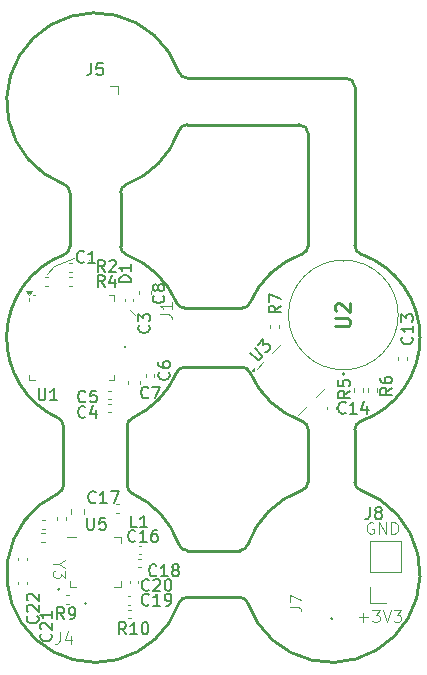
<source format=gbr>
%TF.GenerationSoftware,KiCad,Pcbnew,9.0.1*%
%TF.CreationDate,2025-04-11T17:48:53-04:00*%
%TF.ProjectId,IngestibleCapsule-Board_v2,496e6765-7374-4696-926c-654361707375,rev?*%
%TF.SameCoordinates,Original*%
%TF.FileFunction,Legend,Top*%
%TF.FilePolarity,Positive*%
%FSLAX46Y46*%
G04 Gerber Fmt 4.6, Leading zero omitted, Abs format (unit mm)*
G04 Created by KiCad (PCBNEW 9.0.1) date 2025-04-11 17:48:53*
%MOMM*%
%LPD*%
G01*
G04 APERTURE LIST*
%ADD10C,0.100000*%
%ADD11C,0.150000*%
%ADD12C,0.254000*%
%ADD13C,0.120000*%
%ADD14C,0.200000*%
%TA.AperFunction,Profile*%
%ADD15C,0.250000*%
%TD*%
G04 APERTURE END LIST*
D10*
X112313884Y-123681466D02*
X113075789Y-123681466D01*
X112694836Y-124062419D02*
X112694836Y-123300514D01*
X113456741Y-123062419D02*
X114075788Y-123062419D01*
X114075788Y-123062419D02*
X113742455Y-123443371D01*
X113742455Y-123443371D02*
X113885312Y-123443371D01*
X113885312Y-123443371D02*
X113980550Y-123490990D01*
X113980550Y-123490990D02*
X114028169Y-123538609D01*
X114028169Y-123538609D02*
X114075788Y-123633847D01*
X114075788Y-123633847D02*
X114075788Y-123871942D01*
X114075788Y-123871942D02*
X114028169Y-123967180D01*
X114028169Y-123967180D02*
X113980550Y-124014800D01*
X113980550Y-124014800D02*
X113885312Y-124062419D01*
X113885312Y-124062419D02*
X113599598Y-124062419D01*
X113599598Y-124062419D02*
X113504360Y-124014800D01*
X113504360Y-124014800D02*
X113456741Y-123967180D01*
X114361503Y-123062419D02*
X114694836Y-124062419D01*
X114694836Y-124062419D02*
X115028169Y-123062419D01*
X115266265Y-123062419D02*
X115885312Y-123062419D01*
X115885312Y-123062419D02*
X115551979Y-123443371D01*
X115551979Y-123443371D02*
X115694836Y-123443371D01*
X115694836Y-123443371D02*
X115790074Y-123490990D01*
X115790074Y-123490990D02*
X115837693Y-123538609D01*
X115837693Y-123538609D02*
X115885312Y-123633847D01*
X115885312Y-123633847D02*
X115885312Y-123871942D01*
X115885312Y-123871942D02*
X115837693Y-123967180D01*
X115837693Y-123967180D02*
X115790074Y-124014800D01*
X115790074Y-124014800D02*
X115694836Y-124062419D01*
X115694836Y-124062419D02*
X115409122Y-124062419D01*
X115409122Y-124062419D02*
X115313884Y-124014800D01*
X115313884Y-124014800D02*
X115266265Y-123967180D01*
X113557693Y-115670038D02*
X113462455Y-115622419D01*
X113462455Y-115622419D02*
X113319598Y-115622419D01*
X113319598Y-115622419D02*
X113176741Y-115670038D01*
X113176741Y-115670038D02*
X113081503Y-115765276D01*
X113081503Y-115765276D02*
X113033884Y-115860514D01*
X113033884Y-115860514D02*
X112986265Y-116050990D01*
X112986265Y-116050990D02*
X112986265Y-116193847D01*
X112986265Y-116193847D02*
X113033884Y-116384323D01*
X113033884Y-116384323D02*
X113081503Y-116479561D01*
X113081503Y-116479561D02*
X113176741Y-116574800D01*
X113176741Y-116574800D02*
X113319598Y-116622419D01*
X113319598Y-116622419D02*
X113414836Y-116622419D01*
X113414836Y-116622419D02*
X113557693Y-116574800D01*
X113557693Y-116574800D02*
X113605312Y-116527180D01*
X113605312Y-116527180D02*
X113605312Y-116193847D01*
X113605312Y-116193847D02*
X113414836Y-116193847D01*
X114033884Y-116622419D02*
X114033884Y-115622419D01*
X114033884Y-115622419D02*
X114605312Y-116622419D01*
X114605312Y-116622419D02*
X114605312Y-115622419D01*
X115081503Y-116622419D02*
X115081503Y-115622419D01*
X115081503Y-115622419D02*
X115319598Y-115622419D01*
X115319598Y-115622419D02*
X115462455Y-115670038D01*
X115462455Y-115670038D02*
X115557693Y-115765276D01*
X115557693Y-115765276D02*
X115605312Y-115860514D01*
X115605312Y-115860514D02*
X115652931Y-116050990D01*
X115652931Y-116050990D02*
X115652931Y-116193847D01*
X115652931Y-116193847D02*
X115605312Y-116384323D01*
X115605312Y-116384323D02*
X115557693Y-116479561D01*
X115557693Y-116479561D02*
X115462455Y-116574800D01*
X115462455Y-116574800D02*
X115319598Y-116622419D01*
X115319598Y-116622419D02*
X115081503Y-116622419D01*
X86540000Y-93910000D02*
X88180000Y-93270000D01*
X85930000Y-94610000D02*
X86540000Y-93910000D01*
X92920000Y-97650000D02*
X93390000Y-98070000D01*
D11*
X89318095Y-115264819D02*
X89318095Y-116074342D01*
X89318095Y-116074342D02*
X89365714Y-116169580D01*
X89365714Y-116169580D02*
X89413333Y-116217200D01*
X89413333Y-116217200D02*
X89508571Y-116264819D01*
X89508571Y-116264819D02*
X89699047Y-116264819D01*
X89699047Y-116264819D02*
X89794285Y-116217200D01*
X89794285Y-116217200D02*
X89841904Y-116169580D01*
X89841904Y-116169580D02*
X89889523Y-116074342D01*
X89889523Y-116074342D02*
X89889523Y-115264819D01*
X90841904Y-115264819D02*
X90365714Y-115264819D01*
X90365714Y-115264819D02*
X90318095Y-115741009D01*
X90318095Y-115741009D02*
X90365714Y-115693390D01*
X90365714Y-115693390D02*
X90460952Y-115645771D01*
X90460952Y-115645771D02*
X90699047Y-115645771D01*
X90699047Y-115645771D02*
X90794285Y-115693390D01*
X90794285Y-115693390D02*
X90841904Y-115741009D01*
X90841904Y-115741009D02*
X90889523Y-115836247D01*
X90889523Y-115836247D02*
X90889523Y-116074342D01*
X90889523Y-116074342D02*
X90841904Y-116169580D01*
X90841904Y-116169580D02*
X90794285Y-116217200D01*
X90794285Y-116217200D02*
X90699047Y-116264819D01*
X90699047Y-116264819D02*
X90460952Y-116264819D01*
X90460952Y-116264819D02*
X90365714Y-116217200D01*
X90365714Y-116217200D02*
X90318095Y-116169580D01*
X93523333Y-116074819D02*
X93047143Y-116074819D01*
X93047143Y-116074819D02*
X93047143Y-115074819D01*
X94380476Y-116074819D02*
X93809048Y-116074819D01*
X94094762Y-116074819D02*
X94094762Y-115074819D01*
X94094762Y-115074819D02*
X93999524Y-115217676D01*
X93999524Y-115217676D02*
X93904286Y-115312914D01*
X93904286Y-115312914D02*
X93809048Y-115360533D01*
X90793333Y-95714819D02*
X90460000Y-95238628D01*
X90221905Y-95714819D02*
X90221905Y-94714819D01*
X90221905Y-94714819D02*
X90602857Y-94714819D01*
X90602857Y-94714819D02*
X90698095Y-94762438D01*
X90698095Y-94762438D02*
X90745714Y-94810057D01*
X90745714Y-94810057D02*
X90793333Y-94905295D01*
X90793333Y-94905295D02*
X90793333Y-95048152D01*
X90793333Y-95048152D02*
X90745714Y-95143390D01*
X90745714Y-95143390D02*
X90698095Y-95191009D01*
X90698095Y-95191009D02*
X90602857Y-95238628D01*
X90602857Y-95238628D02*
X90221905Y-95238628D01*
X91650476Y-95048152D02*
X91650476Y-95714819D01*
X91412381Y-94667200D02*
X91174286Y-95381485D01*
X91174286Y-95381485D02*
X91793333Y-95381485D01*
X89043333Y-93559580D02*
X88995714Y-93607200D01*
X88995714Y-93607200D02*
X88852857Y-93654819D01*
X88852857Y-93654819D02*
X88757619Y-93654819D01*
X88757619Y-93654819D02*
X88614762Y-93607200D01*
X88614762Y-93607200D02*
X88519524Y-93511961D01*
X88519524Y-93511961D02*
X88471905Y-93416723D01*
X88471905Y-93416723D02*
X88424286Y-93226247D01*
X88424286Y-93226247D02*
X88424286Y-93083390D01*
X88424286Y-93083390D02*
X88471905Y-92892914D01*
X88471905Y-92892914D02*
X88519524Y-92797676D01*
X88519524Y-92797676D02*
X88614762Y-92702438D01*
X88614762Y-92702438D02*
X88757619Y-92654819D01*
X88757619Y-92654819D02*
X88852857Y-92654819D01*
X88852857Y-92654819D02*
X88995714Y-92702438D01*
X88995714Y-92702438D02*
X89043333Y-92750057D01*
X89995714Y-93654819D02*
X89424286Y-93654819D01*
X89710000Y-93654819D02*
X89710000Y-92654819D01*
X89710000Y-92654819D02*
X89614762Y-92797676D01*
X89614762Y-92797676D02*
X89519524Y-92892914D01*
X89519524Y-92892914D02*
X89424286Y-92940533D01*
X113256666Y-114364819D02*
X113256666Y-115079104D01*
X113256666Y-115079104D02*
X113209047Y-115221961D01*
X113209047Y-115221961D02*
X113113809Y-115317200D01*
X113113809Y-115317200D02*
X112970952Y-115364819D01*
X112970952Y-115364819D02*
X112875714Y-115364819D01*
X113875714Y-114793390D02*
X113780476Y-114745771D01*
X113780476Y-114745771D02*
X113732857Y-114698152D01*
X113732857Y-114698152D02*
X113685238Y-114602914D01*
X113685238Y-114602914D02*
X113685238Y-114555295D01*
X113685238Y-114555295D02*
X113732857Y-114460057D01*
X113732857Y-114460057D02*
X113780476Y-114412438D01*
X113780476Y-114412438D02*
X113875714Y-114364819D01*
X113875714Y-114364819D02*
X114066190Y-114364819D01*
X114066190Y-114364819D02*
X114161428Y-114412438D01*
X114161428Y-114412438D02*
X114209047Y-114460057D01*
X114209047Y-114460057D02*
X114256666Y-114555295D01*
X114256666Y-114555295D02*
X114256666Y-114602914D01*
X114256666Y-114602914D02*
X114209047Y-114698152D01*
X114209047Y-114698152D02*
X114161428Y-114745771D01*
X114161428Y-114745771D02*
X114066190Y-114793390D01*
X114066190Y-114793390D02*
X113875714Y-114793390D01*
X113875714Y-114793390D02*
X113780476Y-114841009D01*
X113780476Y-114841009D02*
X113732857Y-114888628D01*
X113732857Y-114888628D02*
X113685238Y-114983866D01*
X113685238Y-114983866D02*
X113685238Y-115174342D01*
X113685238Y-115174342D02*
X113732857Y-115269580D01*
X113732857Y-115269580D02*
X113780476Y-115317200D01*
X113780476Y-115317200D02*
X113875714Y-115364819D01*
X113875714Y-115364819D02*
X114066190Y-115364819D01*
X114066190Y-115364819D02*
X114161428Y-115317200D01*
X114161428Y-115317200D02*
X114209047Y-115269580D01*
X114209047Y-115269580D02*
X114256666Y-115174342D01*
X114256666Y-115174342D02*
X114256666Y-114983866D01*
X114256666Y-114983866D02*
X114209047Y-114888628D01*
X114209047Y-114888628D02*
X114161428Y-114841009D01*
X114161428Y-114841009D02*
X114066190Y-114793390D01*
X90027142Y-113919580D02*
X89979523Y-113967200D01*
X89979523Y-113967200D02*
X89836666Y-114014819D01*
X89836666Y-114014819D02*
X89741428Y-114014819D01*
X89741428Y-114014819D02*
X89598571Y-113967200D01*
X89598571Y-113967200D02*
X89503333Y-113871961D01*
X89503333Y-113871961D02*
X89455714Y-113776723D01*
X89455714Y-113776723D02*
X89408095Y-113586247D01*
X89408095Y-113586247D02*
X89408095Y-113443390D01*
X89408095Y-113443390D02*
X89455714Y-113252914D01*
X89455714Y-113252914D02*
X89503333Y-113157676D01*
X89503333Y-113157676D02*
X89598571Y-113062438D01*
X89598571Y-113062438D02*
X89741428Y-113014819D01*
X89741428Y-113014819D02*
X89836666Y-113014819D01*
X89836666Y-113014819D02*
X89979523Y-113062438D01*
X89979523Y-113062438D02*
X90027142Y-113110057D01*
X90979523Y-114014819D02*
X90408095Y-114014819D01*
X90693809Y-114014819D02*
X90693809Y-113014819D01*
X90693809Y-113014819D02*
X90598571Y-113157676D01*
X90598571Y-113157676D02*
X90503333Y-113252914D01*
X90503333Y-113252914D02*
X90408095Y-113300533D01*
X91312857Y-113014819D02*
X91979523Y-113014819D01*
X91979523Y-113014819D02*
X91550952Y-114014819D01*
X92597142Y-125104819D02*
X92263809Y-124628628D01*
X92025714Y-125104819D02*
X92025714Y-124104819D01*
X92025714Y-124104819D02*
X92406666Y-124104819D01*
X92406666Y-124104819D02*
X92501904Y-124152438D01*
X92501904Y-124152438D02*
X92549523Y-124200057D01*
X92549523Y-124200057D02*
X92597142Y-124295295D01*
X92597142Y-124295295D02*
X92597142Y-124438152D01*
X92597142Y-124438152D02*
X92549523Y-124533390D01*
X92549523Y-124533390D02*
X92501904Y-124581009D01*
X92501904Y-124581009D02*
X92406666Y-124628628D01*
X92406666Y-124628628D02*
X92025714Y-124628628D01*
X93549523Y-125104819D02*
X92978095Y-125104819D01*
X93263809Y-125104819D02*
X93263809Y-124104819D01*
X93263809Y-124104819D02*
X93168571Y-124247676D01*
X93168571Y-124247676D02*
X93073333Y-124342914D01*
X93073333Y-124342914D02*
X92978095Y-124390533D01*
X94168571Y-124104819D02*
X94263809Y-124104819D01*
X94263809Y-124104819D02*
X94359047Y-124152438D01*
X94359047Y-124152438D02*
X94406666Y-124200057D01*
X94406666Y-124200057D02*
X94454285Y-124295295D01*
X94454285Y-124295295D02*
X94501904Y-124485771D01*
X94501904Y-124485771D02*
X94501904Y-124723866D01*
X94501904Y-124723866D02*
X94454285Y-124914342D01*
X94454285Y-124914342D02*
X94406666Y-125009580D01*
X94406666Y-125009580D02*
X94359047Y-125057200D01*
X94359047Y-125057200D02*
X94263809Y-125104819D01*
X94263809Y-125104819D02*
X94168571Y-125104819D01*
X94168571Y-125104819D02*
X94073333Y-125057200D01*
X94073333Y-125057200D02*
X94025714Y-125009580D01*
X94025714Y-125009580D02*
X93978095Y-124914342D01*
X93978095Y-124914342D02*
X93930476Y-124723866D01*
X93930476Y-124723866D02*
X93930476Y-124485771D01*
X93930476Y-124485771D02*
X93978095Y-124295295D01*
X93978095Y-124295295D02*
X94025714Y-124200057D01*
X94025714Y-124200057D02*
X94073333Y-124152438D01*
X94073333Y-124152438D02*
X94168571Y-124104819D01*
X103086232Y-101263728D02*
X103658652Y-101836148D01*
X103658652Y-101836148D02*
X103759667Y-101869820D01*
X103759667Y-101869820D02*
X103827011Y-101869820D01*
X103827011Y-101869820D02*
X103928026Y-101836148D01*
X103928026Y-101836148D02*
X104062713Y-101701461D01*
X104062713Y-101701461D02*
X104096385Y-101600446D01*
X104096385Y-101600446D02*
X104096385Y-101533102D01*
X104096385Y-101533102D02*
X104062713Y-101432087D01*
X104062713Y-101432087D02*
X103490293Y-100859667D01*
X103759667Y-100590293D02*
X104197400Y-100152561D01*
X104197400Y-100152561D02*
X104231072Y-100657637D01*
X104231072Y-100657637D02*
X104332087Y-100556622D01*
X104332087Y-100556622D02*
X104433102Y-100522950D01*
X104433102Y-100522950D02*
X104500446Y-100522950D01*
X104500446Y-100522950D02*
X104601461Y-100556622D01*
X104601461Y-100556622D02*
X104769820Y-100724980D01*
X104769820Y-100724980D02*
X104803492Y-100825996D01*
X104803492Y-100825996D02*
X104803492Y-100893339D01*
X104803492Y-100893339D02*
X104769820Y-100994354D01*
X104769820Y-100994354D02*
X104567789Y-101196385D01*
X104567789Y-101196385D02*
X104466774Y-101230057D01*
X104466774Y-101230057D02*
X104399431Y-101230057D01*
X85198095Y-104294819D02*
X85198095Y-105104342D01*
X85198095Y-105104342D02*
X85245714Y-105199580D01*
X85245714Y-105199580D02*
X85293333Y-105247200D01*
X85293333Y-105247200D02*
X85388571Y-105294819D01*
X85388571Y-105294819D02*
X85579047Y-105294819D01*
X85579047Y-105294819D02*
X85674285Y-105247200D01*
X85674285Y-105247200D02*
X85721904Y-105199580D01*
X85721904Y-105199580D02*
X85769523Y-105104342D01*
X85769523Y-105104342D02*
X85769523Y-104294819D01*
X86769523Y-105294819D02*
X86198095Y-105294819D01*
X86483809Y-105294819D02*
X86483809Y-104294819D01*
X86483809Y-104294819D02*
X86388571Y-104437676D01*
X86388571Y-104437676D02*
X86293333Y-104532914D01*
X86293333Y-104532914D02*
X86198095Y-104580533D01*
D10*
X106457419Y-122803333D02*
X107171704Y-122803333D01*
X107171704Y-122803333D02*
X107314561Y-122850952D01*
X107314561Y-122850952D02*
X107409800Y-122946190D01*
X107409800Y-122946190D02*
X107457419Y-123089047D01*
X107457419Y-123089047D02*
X107457419Y-123184285D01*
X106457419Y-122422380D02*
X106457419Y-121755714D01*
X106457419Y-121755714D02*
X107457419Y-122184285D01*
D11*
X94539580Y-98966666D02*
X94587200Y-99014285D01*
X94587200Y-99014285D02*
X94634819Y-99157142D01*
X94634819Y-99157142D02*
X94634819Y-99252380D01*
X94634819Y-99252380D02*
X94587200Y-99395237D01*
X94587200Y-99395237D02*
X94491961Y-99490475D01*
X94491961Y-99490475D02*
X94396723Y-99538094D01*
X94396723Y-99538094D02*
X94206247Y-99585713D01*
X94206247Y-99585713D02*
X94063390Y-99585713D01*
X94063390Y-99585713D02*
X93872914Y-99538094D01*
X93872914Y-99538094D02*
X93777676Y-99490475D01*
X93777676Y-99490475D02*
X93682438Y-99395237D01*
X93682438Y-99395237D02*
X93634819Y-99252380D01*
X93634819Y-99252380D02*
X93634819Y-99157142D01*
X93634819Y-99157142D02*
X93682438Y-99014285D01*
X93682438Y-99014285D02*
X93730057Y-98966666D01*
X93634819Y-98633332D02*
X93634819Y-98014285D01*
X93634819Y-98014285D02*
X94015771Y-98347618D01*
X94015771Y-98347618D02*
X94015771Y-98204761D01*
X94015771Y-98204761D02*
X94063390Y-98109523D01*
X94063390Y-98109523D02*
X94111009Y-98061904D01*
X94111009Y-98061904D02*
X94206247Y-98014285D01*
X94206247Y-98014285D02*
X94444342Y-98014285D01*
X94444342Y-98014285D02*
X94539580Y-98061904D01*
X94539580Y-98061904D02*
X94587200Y-98109523D01*
X94587200Y-98109523D02*
X94634819Y-98204761D01*
X94634819Y-98204761D02*
X94634819Y-98490475D01*
X94634819Y-98490475D02*
X94587200Y-98585713D01*
X94587200Y-98585713D02*
X94539580Y-98633332D01*
X89173333Y-105389580D02*
X89125714Y-105437200D01*
X89125714Y-105437200D02*
X88982857Y-105484819D01*
X88982857Y-105484819D02*
X88887619Y-105484819D01*
X88887619Y-105484819D02*
X88744762Y-105437200D01*
X88744762Y-105437200D02*
X88649524Y-105341961D01*
X88649524Y-105341961D02*
X88601905Y-105246723D01*
X88601905Y-105246723D02*
X88554286Y-105056247D01*
X88554286Y-105056247D02*
X88554286Y-104913390D01*
X88554286Y-104913390D02*
X88601905Y-104722914D01*
X88601905Y-104722914D02*
X88649524Y-104627676D01*
X88649524Y-104627676D02*
X88744762Y-104532438D01*
X88744762Y-104532438D02*
X88887619Y-104484819D01*
X88887619Y-104484819D02*
X88982857Y-104484819D01*
X88982857Y-104484819D02*
X89125714Y-104532438D01*
X89125714Y-104532438D02*
X89173333Y-104580057D01*
X90078095Y-104484819D02*
X89601905Y-104484819D01*
X89601905Y-104484819D02*
X89554286Y-104961009D01*
X89554286Y-104961009D02*
X89601905Y-104913390D01*
X89601905Y-104913390D02*
X89697143Y-104865771D01*
X89697143Y-104865771D02*
X89935238Y-104865771D01*
X89935238Y-104865771D02*
X90030476Y-104913390D01*
X90030476Y-104913390D02*
X90078095Y-104961009D01*
X90078095Y-104961009D02*
X90125714Y-105056247D01*
X90125714Y-105056247D02*
X90125714Y-105294342D01*
X90125714Y-105294342D02*
X90078095Y-105389580D01*
X90078095Y-105389580D02*
X90030476Y-105437200D01*
X90030476Y-105437200D02*
X89935238Y-105484819D01*
X89935238Y-105484819D02*
X89697143Y-105484819D01*
X89697143Y-105484819D02*
X89601905Y-105437200D01*
X89601905Y-105437200D02*
X89554286Y-105389580D01*
X87373333Y-123824819D02*
X87040000Y-123348628D01*
X86801905Y-123824819D02*
X86801905Y-122824819D01*
X86801905Y-122824819D02*
X87182857Y-122824819D01*
X87182857Y-122824819D02*
X87278095Y-122872438D01*
X87278095Y-122872438D02*
X87325714Y-122920057D01*
X87325714Y-122920057D02*
X87373333Y-123015295D01*
X87373333Y-123015295D02*
X87373333Y-123158152D01*
X87373333Y-123158152D02*
X87325714Y-123253390D01*
X87325714Y-123253390D02*
X87278095Y-123301009D01*
X87278095Y-123301009D02*
X87182857Y-123348628D01*
X87182857Y-123348628D02*
X86801905Y-123348628D01*
X87849524Y-123824819D02*
X88040000Y-123824819D01*
X88040000Y-123824819D02*
X88135238Y-123777200D01*
X88135238Y-123777200D02*
X88182857Y-123729580D01*
X88182857Y-123729580D02*
X88278095Y-123586723D01*
X88278095Y-123586723D02*
X88325714Y-123396247D01*
X88325714Y-123396247D02*
X88325714Y-123015295D01*
X88325714Y-123015295D02*
X88278095Y-122920057D01*
X88278095Y-122920057D02*
X88230476Y-122872438D01*
X88230476Y-122872438D02*
X88135238Y-122824819D01*
X88135238Y-122824819D02*
X87944762Y-122824819D01*
X87944762Y-122824819D02*
X87849524Y-122872438D01*
X87849524Y-122872438D02*
X87801905Y-122920057D01*
X87801905Y-122920057D02*
X87754286Y-123015295D01*
X87754286Y-123015295D02*
X87754286Y-123253390D01*
X87754286Y-123253390D02*
X87801905Y-123348628D01*
X87801905Y-123348628D02*
X87849524Y-123396247D01*
X87849524Y-123396247D02*
X87944762Y-123443866D01*
X87944762Y-123443866D02*
X88135238Y-123443866D01*
X88135238Y-123443866D02*
X88230476Y-123396247D01*
X88230476Y-123396247D02*
X88278095Y-123348628D01*
X88278095Y-123348628D02*
X88325714Y-123253390D01*
X94547142Y-121359580D02*
X94499523Y-121407200D01*
X94499523Y-121407200D02*
X94356666Y-121454819D01*
X94356666Y-121454819D02*
X94261428Y-121454819D01*
X94261428Y-121454819D02*
X94118571Y-121407200D01*
X94118571Y-121407200D02*
X94023333Y-121311961D01*
X94023333Y-121311961D02*
X93975714Y-121216723D01*
X93975714Y-121216723D02*
X93928095Y-121026247D01*
X93928095Y-121026247D02*
X93928095Y-120883390D01*
X93928095Y-120883390D02*
X93975714Y-120692914D01*
X93975714Y-120692914D02*
X94023333Y-120597676D01*
X94023333Y-120597676D02*
X94118571Y-120502438D01*
X94118571Y-120502438D02*
X94261428Y-120454819D01*
X94261428Y-120454819D02*
X94356666Y-120454819D01*
X94356666Y-120454819D02*
X94499523Y-120502438D01*
X94499523Y-120502438D02*
X94547142Y-120550057D01*
X94928095Y-120550057D02*
X94975714Y-120502438D01*
X94975714Y-120502438D02*
X95070952Y-120454819D01*
X95070952Y-120454819D02*
X95309047Y-120454819D01*
X95309047Y-120454819D02*
X95404285Y-120502438D01*
X95404285Y-120502438D02*
X95451904Y-120550057D01*
X95451904Y-120550057D02*
X95499523Y-120645295D01*
X95499523Y-120645295D02*
X95499523Y-120740533D01*
X95499523Y-120740533D02*
X95451904Y-120883390D01*
X95451904Y-120883390D02*
X94880476Y-121454819D01*
X94880476Y-121454819D02*
X95499523Y-121454819D01*
X96118571Y-120454819D02*
X96213809Y-120454819D01*
X96213809Y-120454819D02*
X96309047Y-120502438D01*
X96309047Y-120502438D02*
X96356666Y-120550057D01*
X96356666Y-120550057D02*
X96404285Y-120645295D01*
X96404285Y-120645295D02*
X96451904Y-120835771D01*
X96451904Y-120835771D02*
X96451904Y-121073866D01*
X96451904Y-121073866D02*
X96404285Y-121264342D01*
X96404285Y-121264342D02*
X96356666Y-121359580D01*
X96356666Y-121359580D02*
X96309047Y-121407200D01*
X96309047Y-121407200D02*
X96213809Y-121454819D01*
X96213809Y-121454819D02*
X96118571Y-121454819D01*
X96118571Y-121454819D02*
X96023333Y-121407200D01*
X96023333Y-121407200D02*
X95975714Y-121359580D01*
X95975714Y-121359580D02*
X95928095Y-121264342D01*
X95928095Y-121264342D02*
X95880476Y-121073866D01*
X95880476Y-121073866D02*
X95880476Y-120835771D01*
X95880476Y-120835771D02*
X95928095Y-120645295D01*
X95928095Y-120645295D02*
X95975714Y-120550057D01*
X95975714Y-120550057D02*
X96023333Y-120502438D01*
X96023333Y-120502438D02*
X96118571Y-120454819D01*
X111564819Y-104506666D02*
X111088628Y-104839999D01*
X111564819Y-105078094D02*
X110564819Y-105078094D01*
X110564819Y-105078094D02*
X110564819Y-104697142D01*
X110564819Y-104697142D02*
X110612438Y-104601904D01*
X110612438Y-104601904D02*
X110660057Y-104554285D01*
X110660057Y-104554285D02*
X110755295Y-104506666D01*
X110755295Y-104506666D02*
X110898152Y-104506666D01*
X110898152Y-104506666D02*
X110993390Y-104554285D01*
X110993390Y-104554285D02*
X111041009Y-104601904D01*
X111041009Y-104601904D02*
X111088628Y-104697142D01*
X111088628Y-104697142D02*
X111088628Y-105078094D01*
X110564819Y-103601904D02*
X110564819Y-104078094D01*
X110564819Y-104078094D02*
X111041009Y-104125713D01*
X111041009Y-104125713D02*
X110993390Y-104078094D01*
X110993390Y-104078094D02*
X110945771Y-103982856D01*
X110945771Y-103982856D02*
X110945771Y-103744761D01*
X110945771Y-103744761D02*
X110993390Y-103649523D01*
X110993390Y-103649523D02*
X111041009Y-103601904D01*
X111041009Y-103601904D02*
X111136247Y-103554285D01*
X111136247Y-103554285D02*
X111374342Y-103554285D01*
X111374342Y-103554285D02*
X111469580Y-103601904D01*
X111469580Y-103601904D02*
X111517200Y-103649523D01*
X111517200Y-103649523D02*
X111564819Y-103744761D01*
X111564819Y-103744761D02*
X111564819Y-103982856D01*
X111564819Y-103982856D02*
X111517200Y-104078094D01*
X111517200Y-104078094D02*
X111469580Y-104125713D01*
X116809580Y-99942857D02*
X116857200Y-99990476D01*
X116857200Y-99990476D02*
X116904819Y-100133333D01*
X116904819Y-100133333D02*
X116904819Y-100228571D01*
X116904819Y-100228571D02*
X116857200Y-100371428D01*
X116857200Y-100371428D02*
X116761961Y-100466666D01*
X116761961Y-100466666D02*
X116666723Y-100514285D01*
X116666723Y-100514285D02*
X116476247Y-100561904D01*
X116476247Y-100561904D02*
X116333390Y-100561904D01*
X116333390Y-100561904D02*
X116142914Y-100514285D01*
X116142914Y-100514285D02*
X116047676Y-100466666D01*
X116047676Y-100466666D02*
X115952438Y-100371428D01*
X115952438Y-100371428D02*
X115904819Y-100228571D01*
X115904819Y-100228571D02*
X115904819Y-100133333D01*
X115904819Y-100133333D02*
X115952438Y-99990476D01*
X115952438Y-99990476D02*
X116000057Y-99942857D01*
X116904819Y-98990476D02*
X116904819Y-99561904D01*
X116904819Y-99276190D02*
X115904819Y-99276190D01*
X115904819Y-99276190D02*
X116047676Y-99371428D01*
X116047676Y-99371428D02*
X116142914Y-99466666D01*
X116142914Y-99466666D02*
X116190533Y-99561904D01*
X115904819Y-98657142D02*
X115904819Y-98038095D01*
X115904819Y-98038095D02*
X116285771Y-98371428D01*
X116285771Y-98371428D02*
X116285771Y-98228571D01*
X116285771Y-98228571D02*
X116333390Y-98133333D01*
X116333390Y-98133333D02*
X116381009Y-98085714D01*
X116381009Y-98085714D02*
X116476247Y-98038095D01*
X116476247Y-98038095D02*
X116714342Y-98038095D01*
X116714342Y-98038095D02*
X116809580Y-98085714D01*
X116809580Y-98085714D02*
X116857200Y-98133333D01*
X116857200Y-98133333D02*
X116904819Y-98228571D01*
X116904819Y-98228571D02*
X116904819Y-98514285D01*
X116904819Y-98514285D02*
X116857200Y-98609523D01*
X116857200Y-98609523D02*
X116809580Y-98657142D01*
X94547142Y-122589580D02*
X94499523Y-122637200D01*
X94499523Y-122637200D02*
X94356666Y-122684819D01*
X94356666Y-122684819D02*
X94261428Y-122684819D01*
X94261428Y-122684819D02*
X94118571Y-122637200D01*
X94118571Y-122637200D02*
X94023333Y-122541961D01*
X94023333Y-122541961D02*
X93975714Y-122446723D01*
X93975714Y-122446723D02*
X93928095Y-122256247D01*
X93928095Y-122256247D02*
X93928095Y-122113390D01*
X93928095Y-122113390D02*
X93975714Y-121922914D01*
X93975714Y-121922914D02*
X94023333Y-121827676D01*
X94023333Y-121827676D02*
X94118571Y-121732438D01*
X94118571Y-121732438D02*
X94261428Y-121684819D01*
X94261428Y-121684819D02*
X94356666Y-121684819D01*
X94356666Y-121684819D02*
X94499523Y-121732438D01*
X94499523Y-121732438D02*
X94547142Y-121780057D01*
X95499523Y-122684819D02*
X94928095Y-122684819D01*
X95213809Y-122684819D02*
X95213809Y-121684819D01*
X95213809Y-121684819D02*
X95118571Y-121827676D01*
X95118571Y-121827676D02*
X95023333Y-121922914D01*
X95023333Y-121922914D02*
X94928095Y-121970533D01*
X95975714Y-122684819D02*
X96166190Y-122684819D01*
X96166190Y-122684819D02*
X96261428Y-122637200D01*
X96261428Y-122637200D02*
X96309047Y-122589580D01*
X96309047Y-122589580D02*
X96404285Y-122446723D01*
X96404285Y-122446723D02*
X96451904Y-122256247D01*
X96451904Y-122256247D02*
X96451904Y-121875295D01*
X96451904Y-121875295D02*
X96404285Y-121780057D01*
X96404285Y-121780057D02*
X96356666Y-121732438D01*
X96356666Y-121732438D02*
X96261428Y-121684819D01*
X96261428Y-121684819D02*
X96070952Y-121684819D01*
X96070952Y-121684819D02*
X95975714Y-121732438D01*
X95975714Y-121732438D02*
X95928095Y-121780057D01*
X95928095Y-121780057D02*
X95880476Y-121875295D01*
X95880476Y-121875295D02*
X95880476Y-122113390D01*
X95880476Y-122113390D02*
X95928095Y-122208628D01*
X95928095Y-122208628D02*
X95975714Y-122256247D01*
X95975714Y-122256247D02*
X96070952Y-122303866D01*
X96070952Y-122303866D02*
X96261428Y-122303866D01*
X96261428Y-122303866D02*
X96356666Y-122256247D01*
X96356666Y-122256247D02*
X96404285Y-122208628D01*
X96404285Y-122208628D02*
X96451904Y-122113390D01*
D10*
X95477419Y-98023333D02*
X96191704Y-98023333D01*
X96191704Y-98023333D02*
X96334561Y-98070952D01*
X96334561Y-98070952D02*
X96429800Y-98166190D01*
X96429800Y-98166190D02*
X96477419Y-98309047D01*
X96477419Y-98309047D02*
X96477419Y-98404285D01*
X96477419Y-97023333D02*
X96477419Y-97594761D01*
X96477419Y-97309047D02*
X95477419Y-97309047D01*
X95477419Y-97309047D02*
X95620276Y-97404285D01*
X95620276Y-97404285D02*
X95715514Y-97499523D01*
X95715514Y-97499523D02*
X95763133Y-97594761D01*
D11*
X85099580Y-123582857D02*
X85147200Y-123630476D01*
X85147200Y-123630476D02*
X85194819Y-123773333D01*
X85194819Y-123773333D02*
X85194819Y-123868571D01*
X85194819Y-123868571D02*
X85147200Y-124011428D01*
X85147200Y-124011428D02*
X85051961Y-124106666D01*
X85051961Y-124106666D02*
X84956723Y-124154285D01*
X84956723Y-124154285D02*
X84766247Y-124201904D01*
X84766247Y-124201904D02*
X84623390Y-124201904D01*
X84623390Y-124201904D02*
X84432914Y-124154285D01*
X84432914Y-124154285D02*
X84337676Y-124106666D01*
X84337676Y-124106666D02*
X84242438Y-124011428D01*
X84242438Y-124011428D02*
X84194819Y-123868571D01*
X84194819Y-123868571D02*
X84194819Y-123773333D01*
X84194819Y-123773333D02*
X84242438Y-123630476D01*
X84242438Y-123630476D02*
X84290057Y-123582857D01*
X84290057Y-123201904D02*
X84242438Y-123154285D01*
X84242438Y-123154285D02*
X84194819Y-123059047D01*
X84194819Y-123059047D02*
X84194819Y-122820952D01*
X84194819Y-122820952D02*
X84242438Y-122725714D01*
X84242438Y-122725714D02*
X84290057Y-122678095D01*
X84290057Y-122678095D02*
X84385295Y-122630476D01*
X84385295Y-122630476D02*
X84480533Y-122630476D01*
X84480533Y-122630476D02*
X84623390Y-122678095D01*
X84623390Y-122678095D02*
X85194819Y-123249523D01*
X85194819Y-123249523D02*
X85194819Y-122630476D01*
X84290057Y-122249523D02*
X84242438Y-122201904D01*
X84242438Y-122201904D02*
X84194819Y-122106666D01*
X84194819Y-122106666D02*
X84194819Y-121868571D01*
X84194819Y-121868571D02*
X84242438Y-121773333D01*
X84242438Y-121773333D02*
X84290057Y-121725714D01*
X84290057Y-121725714D02*
X84385295Y-121678095D01*
X84385295Y-121678095D02*
X84480533Y-121678095D01*
X84480533Y-121678095D02*
X84623390Y-121725714D01*
X84623390Y-121725714D02*
X85194819Y-122297142D01*
X85194819Y-122297142D02*
X85194819Y-121678095D01*
D10*
X86938771Y-119153809D02*
X86462580Y-119153809D01*
X87462580Y-118820476D02*
X86938771Y-119153809D01*
X86938771Y-119153809D02*
X87462580Y-119487142D01*
X87462580Y-119725238D02*
X87462580Y-120344285D01*
X87462580Y-120344285D02*
X87081628Y-120010952D01*
X87081628Y-120010952D02*
X87081628Y-120153809D01*
X87081628Y-120153809D02*
X87034009Y-120249047D01*
X87034009Y-120249047D02*
X86986390Y-120296666D01*
X86986390Y-120296666D02*
X86891152Y-120344285D01*
X86891152Y-120344285D02*
X86653057Y-120344285D01*
X86653057Y-120344285D02*
X86557819Y-120296666D01*
X86557819Y-120296666D02*
X86510200Y-120249047D01*
X86510200Y-120249047D02*
X86462580Y-120153809D01*
X86462580Y-120153809D02*
X86462580Y-119868095D01*
X86462580Y-119868095D02*
X86510200Y-119772857D01*
X86510200Y-119772857D02*
X86557819Y-119725238D01*
D11*
X111197142Y-106349580D02*
X111149523Y-106397200D01*
X111149523Y-106397200D02*
X111006666Y-106444819D01*
X111006666Y-106444819D02*
X110911428Y-106444819D01*
X110911428Y-106444819D02*
X110768571Y-106397200D01*
X110768571Y-106397200D02*
X110673333Y-106301961D01*
X110673333Y-106301961D02*
X110625714Y-106206723D01*
X110625714Y-106206723D02*
X110578095Y-106016247D01*
X110578095Y-106016247D02*
X110578095Y-105873390D01*
X110578095Y-105873390D02*
X110625714Y-105682914D01*
X110625714Y-105682914D02*
X110673333Y-105587676D01*
X110673333Y-105587676D02*
X110768571Y-105492438D01*
X110768571Y-105492438D02*
X110911428Y-105444819D01*
X110911428Y-105444819D02*
X111006666Y-105444819D01*
X111006666Y-105444819D02*
X111149523Y-105492438D01*
X111149523Y-105492438D02*
X111197142Y-105540057D01*
X112149523Y-106444819D02*
X111578095Y-106444819D01*
X111863809Y-106444819D02*
X111863809Y-105444819D01*
X111863809Y-105444819D02*
X111768571Y-105587676D01*
X111768571Y-105587676D02*
X111673333Y-105682914D01*
X111673333Y-105682914D02*
X111578095Y-105730533D01*
X113006666Y-105778152D02*
X113006666Y-106444819D01*
X112768571Y-105397200D02*
X112530476Y-106111485D01*
X112530476Y-106111485D02*
X113149523Y-106111485D01*
X86229580Y-125082857D02*
X86277200Y-125130476D01*
X86277200Y-125130476D02*
X86324819Y-125273333D01*
X86324819Y-125273333D02*
X86324819Y-125368571D01*
X86324819Y-125368571D02*
X86277200Y-125511428D01*
X86277200Y-125511428D02*
X86181961Y-125606666D01*
X86181961Y-125606666D02*
X86086723Y-125654285D01*
X86086723Y-125654285D02*
X85896247Y-125701904D01*
X85896247Y-125701904D02*
X85753390Y-125701904D01*
X85753390Y-125701904D02*
X85562914Y-125654285D01*
X85562914Y-125654285D02*
X85467676Y-125606666D01*
X85467676Y-125606666D02*
X85372438Y-125511428D01*
X85372438Y-125511428D02*
X85324819Y-125368571D01*
X85324819Y-125368571D02*
X85324819Y-125273333D01*
X85324819Y-125273333D02*
X85372438Y-125130476D01*
X85372438Y-125130476D02*
X85420057Y-125082857D01*
X85420057Y-124701904D02*
X85372438Y-124654285D01*
X85372438Y-124654285D02*
X85324819Y-124559047D01*
X85324819Y-124559047D02*
X85324819Y-124320952D01*
X85324819Y-124320952D02*
X85372438Y-124225714D01*
X85372438Y-124225714D02*
X85420057Y-124178095D01*
X85420057Y-124178095D02*
X85515295Y-124130476D01*
X85515295Y-124130476D02*
X85610533Y-124130476D01*
X85610533Y-124130476D02*
X85753390Y-124178095D01*
X85753390Y-124178095D02*
X86324819Y-124749523D01*
X86324819Y-124749523D02*
X86324819Y-124130476D01*
X86324819Y-123178095D02*
X86324819Y-123749523D01*
X86324819Y-123463809D02*
X85324819Y-123463809D01*
X85324819Y-123463809D02*
X85467676Y-123559047D01*
X85467676Y-123559047D02*
X85562914Y-123654285D01*
X85562914Y-123654285D02*
X85610533Y-123749523D01*
X89666666Y-76754819D02*
X89666666Y-77469104D01*
X89666666Y-77469104D02*
X89619047Y-77611961D01*
X89619047Y-77611961D02*
X89523809Y-77707200D01*
X89523809Y-77707200D02*
X89380952Y-77754819D01*
X89380952Y-77754819D02*
X89285714Y-77754819D01*
X90619047Y-76754819D02*
X90142857Y-76754819D01*
X90142857Y-76754819D02*
X90095238Y-77231009D01*
X90095238Y-77231009D02*
X90142857Y-77183390D01*
X90142857Y-77183390D02*
X90238095Y-77135771D01*
X90238095Y-77135771D02*
X90476190Y-77135771D01*
X90476190Y-77135771D02*
X90571428Y-77183390D01*
X90571428Y-77183390D02*
X90619047Y-77231009D01*
X90619047Y-77231009D02*
X90666666Y-77326247D01*
X90666666Y-77326247D02*
X90666666Y-77564342D01*
X90666666Y-77564342D02*
X90619047Y-77659580D01*
X90619047Y-77659580D02*
X90571428Y-77707200D01*
X90571428Y-77707200D02*
X90476190Y-77754819D01*
X90476190Y-77754819D02*
X90238095Y-77754819D01*
X90238095Y-77754819D02*
X90142857Y-77707200D01*
X90142857Y-77707200D02*
X90095238Y-77659580D01*
D10*
X87006666Y-124927419D02*
X87006666Y-125641704D01*
X87006666Y-125641704D02*
X86959047Y-125784561D01*
X86959047Y-125784561D02*
X86863809Y-125879800D01*
X86863809Y-125879800D02*
X86720952Y-125927419D01*
X86720952Y-125927419D02*
X86625714Y-125927419D01*
X87911428Y-125260752D02*
X87911428Y-125927419D01*
X87673333Y-124879800D02*
X87435238Y-125594085D01*
X87435238Y-125594085D02*
X88054285Y-125594085D01*
D12*
X110304318Y-99047619D02*
X111332413Y-99047619D01*
X111332413Y-99047619D02*
X111453365Y-98987142D01*
X111453365Y-98987142D02*
X111513842Y-98926666D01*
X111513842Y-98926666D02*
X111574318Y-98805714D01*
X111574318Y-98805714D02*
X111574318Y-98563809D01*
X111574318Y-98563809D02*
X111513842Y-98442857D01*
X111513842Y-98442857D02*
X111453365Y-98382380D01*
X111453365Y-98382380D02*
X111332413Y-98321904D01*
X111332413Y-98321904D02*
X110304318Y-98321904D01*
X110425270Y-97777619D02*
X110364794Y-97717143D01*
X110364794Y-97717143D02*
X110304318Y-97596190D01*
X110304318Y-97596190D02*
X110304318Y-97293809D01*
X110304318Y-97293809D02*
X110364794Y-97172857D01*
X110364794Y-97172857D02*
X110425270Y-97112381D01*
X110425270Y-97112381D02*
X110546222Y-97051904D01*
X110546222Y-97051904D02*
X110667175Y-97051904D01*
X110667175Y-97051904D02*
X110848603Y-97112381D01*
X110848603Y-97112381D02*
X111574318Y-97838095D01*
X111574318Y-97838095D02*
X111574318Y-97051904D01*
D11*
X90803333Y-94444819D02*
X90470000Y-93968628D01*
X90231905Y-94444819D02*
X90231905Y-93444819D01*
X90231905Y-93444819D02*
X90612857Y-93444819D01*
X90612857Y-93444819D02*
X90708095Y-93492438D01*
X90708095Y-93492438D02*
X90755714Y-93540057D01*
X90755714Y-93540057D02*
X90803333Y-93635295D01*
X90803333Y-93635295D02*
X90803333Y-93778152D01*
X90803333Y-93778152D02*
X90755714Y-93873390D01*
X90755714Y-93873390D02*
X90708095Y-93921009D01*
X90708095Y-93921009D02*
X90612857Y-93968628D01*
X90612857Y-93968628D02*
X90231905Y-93968628D01*
X91184286Y-93540057D02*
X91231905Y-93492438D01*
X91231905Y-93492438D02*
X91327143Y-93444819D01*
X91327143Y-93444819D02*
X91565238Y-93444819D01*
X91565238Y-93444819D02*
X91660476Y-93492438D01*
X91660476Y-93492438D02*
X91708095Y-93540057D01*
X91708095Y-93540057D02*
X91755714Y-93635295D01*
X91755714Y-93635295D02*
X91755714Y-93730533D01*
X91755714Y-93730533D02*
X91708095Y-93873390D01*
X91708095Y-93873390D02*
X91136667Y-94444819D01*
X91136667Y-94444819D02*
X91755714Y-94444819D01*
X93387142Y-117189580D02*
X93339523Y-117237200D01*
X93339523Y-117237200D02*
X93196666Y-117284819D01*
X93196666Y-117284819D02*
X93101428Y-117284819D01*
X93101428Y-117284819D02*
X92958571Y-117237200D01*
X92958571Y-117237200D02*
X92863333Y-117141961D01*
X92863333Y-117141961D02*
X92815714Y-117046723D01*
X92815714Y-117046723D02*
X92768095Y-116856247D01*
X92768095Y-116856247D02*
X92768095Y-116713390D01*
X92768095Y-116713390D02*
X92815714Y-116522914D01*
X92815714Y-116522914D02*
X92863333Y-116427676D01*
X92863333Y-116427676D02*
X92958571Y-116332438D01*
X92958571Y-116332438D02*
X93101428Y-116284819D01*
X93101428Y-116284819D02*
X93196666Y-116284819D01*
X93196666Y-116284819D02*
X93339523Y-116332438D01*
X93339523Y-116332438D02*
X93387142Y-116380057D01*
X94339523Y-117284819D02*
X93768095Y-117284819D01*
X94053809Y-117284819D02*
X94053809Y-116284819D01*
X94053809Y-116284819D02*
X93958571Y-116427676D01*
X93958571Y-116427676D02*
X93863333Y-116522914D01*
X93863333Y-116522914D02*
X93768095Y-116570533D01*
X95196666Y-116284819D02*
X95006190Y-116284819D01*
X95006190Y-116284819D02*
X94910952Y-116332438D01*
X94910952Y-116332438D02*
X94863333Y-116380057D01*
X94863333Y-116380057D02*
X94768095Y-116522914D01*
X94768095Y-116522914D02*
X94720476Y-116713390D01*
X94720476Y-116713390D02*
X94720476Y-117094342D01*
X94720476Y-117094342D02*
X94768095Y-117189580D01*
X94768095Y-117189580D02*
X94815714Y-117237200D01*
X94815714Y-117237200D02*
X94910952Y-117284819D01*
X94910952Y-117284819D02*
X95101428Y-117284819D01*
X95101428Y-117284819D02*
X95196666Y-117237200D01*
X95196666Y-117237200D02*
X95244285Y-117189580D01*
X95244285Y-117189580D02*
X95291904Y-117094342D01*
X95291904Y-117094342D02*
X95291904Y-116856247D01*
X95291904Y-116856247D02*
X95244285Y-116761009D01*
X95244285Y-116761009D02*
X95196666Y-116713390D01*
X95196666Y-116713390D02*
X95101428Y-116665771D01*
X95101428Y-116665771D02*
X94910952Y-116665771D01*
X94910952Y-116665771D02*
X94815714Y-116713390D01*
X94815714Y-116713390D02*
X94768095Y-116761009D01*
X94768095Y-116761009D02*
X94720476Y-116856247D01*
X105694819Y-97296666D02*
X105218628Y-97629999D01*
X105694819Y-97868094D02*
X104694819Y-97868094D01*
X104694819Y-97868094D02*
X104694819Y-97487142D01*
X104694819Y-97487142D02*
X104742438Y-97391904D01*
X104742438Y-97391904D02*
X104790057Y-97344285D01*
X104790057Y-97344285D02*
X104885295Y-97296666D01*
X104885295Y-97296666D02*
X105028152Y-97296666D01*
X105028152Y-97296666D02*
X105123390Y-97344285D01*
X105123390Y-97344285D02*
X105171009Y-97391904D01*
X105171009Y-97391904D02*
X105218628Y-97487142D01*
X105218628Y-97487142D02*
X105218628Y-97868094D01*
X104694819Y-96963332D02*
X104694819Y-96296666D01*
X104694819Y-96296666D02*
X105694819Y-96725237D01*
X96219580Y-102946666D02*
X96267200Y-102994285D01*
X96267200Y-102994285D02*
X96314819Y-103137142D01*
X96314819Y-103137142D02*
X96314819Y-103232380D01*
X96314819Y-103232380D02*
X96267200Y-103375237D01*
X96267200Y-103375237D02*
X96171961Y-103470475D01*
X96171961Y-103470475D02*
X96076723Y-103518094D01*
X96076723Y-103518094D02*
X95886247Y-103565713D01*
X95886247Y-103565713D02*
X95743390Y-103565713D01*
X95743390Y-103565713D02*
X95552914Y-103518094D01*
X95552914Y-103518094D02*
X95457676Y-103470475D01*
X95457676Y-103470475D02*
X95362438Y-103375237D01*
X95362438Y-103375237D02*
X95314819Y-103232380D01*
X95314819Y-103232380D02*
X95314819Y-103137142D01*
X95314819Y-103137142D02*
X95362438Y-102994285D01*
X95362438Y-102994285D02*
X95410057Y-102946666D01*
X95314819Y-102089523D02*
X95314819Y-102279999D01*
X95314819Y-102279999D02*
X95362438Y-102375237D01*
X95362438Y-102375237D02*
X95410057Y-102422856D01*
X95410057Y-102422856D02*
X95552914Y-102518094D01*
X95552914Y-102518094D02*
X95743390Y-102565713D01*
X95743390Y-102565713D02*
X96124342Y-102565713D01*
X96124342Y-102565713D02*
X96219580Y-102518094D01*
X96219580Y-102518094D02*
X96267200Y-102470475D01*
X96267200Y-102470475D02*
X96314819Y-102375237D01*
X96314819Y-102375237D02*
X96314819Y-102184761D01*
X96314819Y-102184761D02*
X96267200Y-102089523D01*
X96267200Y-102089523D02*
X96219580Y-102041904D01*
X96219580Y-102041904D02*
X96124342Y-101994285D01*
X96124342Y-101994285D02*
X95886247Y-101994285D01*
X95886247Y-101994285D02*
X95791009Y-102041904D01*
X95791009Y-102041904D02*
X95743390Y-102089523D01*
X95743390Y-102089523D02*
X95695771Y-102184761D01*
X95695771Y-102184761D02*
X95695771Y-102375237D01*
X95695771Y-102375237D02*
X95743390Y-102470475D01*
X95743390Y-102470475D02*
X95791009Y-102518094D01*
X95791009Y-102518094D02*
X95886247Y-102565713D01*
X94503333Y-105049580D02*
X94455714Y-105097200D01*
X94455714Y-105097200D02*
X94312857Y-105144819D01*
X94312857Y-105144819D02*
X94217619Y-105144819D01*
X94217619Y-105144819D02*
X94074762Y-105097200D01*
X94074762Y-105097200D02*
X93979524Y-105001961D01*
X93979524Y-105001961D02*
X93931905Y-104906723D01*
X93931905Y-104906723D02*
X93884286Y-104716247D01*
X93884286Y-104716247D02*
X93884286Y-104573390D01*
X93884286Y-104573390D02*
X93931905Y-104382914D01*
X93931905Y-104382914D02*
X93979524Y-104287676D01*
X93979524Y-104287676D02*
X94074762Y-104192438D01*
X94074762Y-104192438D02*
X94217619Y-104144819D01*
X94217619Y-104144819D02*
X94312857Y-104144819D01*
X94312857Y-104144819D02*
X94455714Y-104192438D01*
X94455714Y-104192438D02*
X94503333Y-104240057D01*
X94836667Y-104144819D02*
X95503333Y-104144819D01*
X95503333Y-104144819D02*
X95074762Y-105144819D01*
X89173333Y-106689580D02*
X89125714Y-106737200D01*
X89125714Y-106737200D02*
X88982857Y-106784819D01*
X88982857Y-106784819D02*
X88887619Y-106784819D01*
X88887619Y-106784819D02*
X88744762Y-106737200D01*
X88744762Y-106737200D02*
X88649524Y-106641961D01*
X88649524Y-106641961D02*
X88601905Y-106546723D01*
X88601905Y-106546723D02*
X88554286Y-106356247D01*
X88554286Y-106356247D02*
X88554286Y-106213390D01*
X88554286Y-106213390D02*
X88601905Y-106022914D01*
X88601905Y-106022914D02*
X88649524Y-105927676D01*
X88649524Y-105927676D02*
X88744762Y-105832438D01*
X88744762Y-105832438D02*
X88887619Y-105784819D01*
X88887619Y-105784819D02*
X88982857Y-105784819D01*
X88982857Y-105784819D02*
X89125714Y-105832438D01*
X89125714Y-105832438D02*
X89173333Y-105880057D01*
X90030476Y-106118152D02*
X90030476Y-106784819D01*
X89792381Y-105737200D02*
X89554286Y-106451485D01*
X89554286Y-106451485D02*
X90173333Y-106451485D01*
X93014819Y-95308094D02*
X92014819Y-95308094D01*
X92014819Y-95308094D02*
X92014819Y-95069999D01*
X92014819Y-95069999D02*
X92062438Y-94927142D01*
X92062438Y-94927142D02*
X92157676Y-94831904D01*
X92157676Y-94831904D02*
X92252914Y-94784285D01*
X92252914Y-94784285D02*
X92443390Y-94736666D01*
X92443390Y-94736666D02*
X92586247Y-94736666D01*
X92586247Y-94736666D02*
X92776723Y-94784285D01*
X92776723Y-94784285D02*
X92871961Y-94831904D01*
X92871961Y-94831904D02*
X92967200Y-94927142D01*
X92967200Y-94927142D02*
X93014819Y-95069999D01*
X93014819Y-95069999D02*
X93014819Y-95308094D01*
X93014819Y-93784285D02*
X93014819Y-94355713D01*
X93014819Y-94069999D02*
X92014819Y-94069999D01*
X92014819Y-94069999D02*
X92157676Y-94165237D01*
X92157676Y-94165237D02*
X92252914Y-94260475D01*
X92252914Y-94260475D02*
X92300533Y-94355713D01*
X95759580Y-96436666D02*
X95807200Y-96484285D01*
X95807200Y-96484285D02*
X95854819Y-96627142D01*
X95854819Y-96627142D02*
X95854819Y-96722380D01*
X95854819Y-96722380D02*
X95807200Y-96865237D01*
X95807200Y-96865237D02*
X95711961Y-96960475D01*
X95711961Y-96960475D02*
X95616723Y-97008094D01*
X95616723Y-97008094D02*
X95426247Y-97055713D01*
X95426247Y-97055713D02*
X95283390Y-97055713D01*
X95283390Y-97055713D02*
X95092914Y-97008094D01*
X95092914Y-97008094D02*
X94997676Y-96960475D01*
X94997676Y-96960475D02*
X94902438Y-96865237D01*
X94902438Y-96865237D02*
X94854819Y-96722380D01*
X94854819Y-96722380D02*
X94854819Y-96627142D01*
X94854819Y-96627142D02*
X94902438Y-96484285D01*
X94902438Y-96484285D02*
X94950057Y-96436666D01*
X95283390Y-95865237D02*
X95235771Y-95960475D01*
X95235771Y-95960475D02*
X95188152Y-96008094D01*
X95188152Y-96008094D02*
X95092914Y-96055713D01*
X95092914Y-96055713D02*
X95045295Y-96055713D01*
X95045295Y-96055713D02*
X94950057Y-96008094D01*
X94950057Y-96008094D02*
X94902438Y-95960475D01*
X94902438Y-95960475D02*
X94854819Y-95865237D01*
X94854819Y-95865237D02*
X94854819Y-95674761D01*
X94854819Y-95674761D02*
X94902438Y-95579523D01*
X94902438Y-95579523D02*
X94950057Y-95531904D01*
X94950057Y-95531904D02*
X95045295Y-95484285D01*
X95045295Y-95484285D02*
X95092914Y-95484285D01*
X95092914Y-95484285D02*
X95188152Y-95531904D01*
X95188152Y-95531904D02*
X95235771Y-95579523D01*
X95235771Y-95579523D02*
X95283390Y-95674761D01*
X95283390Y-95674761D02*
X95283390Y-95865237D01*
X95283390Y-95865237D02*
X95331009Y-95960475D01*
X95331009Y-95960475D02*
X95378628Y-96008094D01*
X95378628Y-96008094D02*
X95473866Y-96055713D01*
X95473866Y-96055713D02*
X95664342Y-96055713D01*
X95664342Y-96055713D02*
X95759580Y-96008094D01*
X95759580Y-96008094D02*
X95807200Y-95960475D01*
X95807200Y-95960475D02*
X95854819Y-95865237D01*
X95854819Y-95865237D02*
X95854819Y-95674761D01*
X95854819Y-95674761D02*
X95807200Y-95579523D01*
X95807200Y-95579523D02*
X95759580Y-95531904D01*
X95759580Y-95531904D02*
X95664342Y-95484285D01*
X95664342Y-95484285D02*
X95473866Y-95484285D01*
X95473866Y-95484285D02*
X95378628Y-95531904D01*
X95378628Y-95531904D02*
X95331009Y-95579523D01*
X95331009Y-95579523D02*
X95283390Y-95674761D01*
X115114819Y-104246666D02*
X114638628Y-104579999D01*
X115114819Y-104818094D02*
X114114819Y-104818094D01*
X114114819Y-104818094D02*
X114114819Y-104437142D01*
X114114819Y-104437142D02*
X114162438Y-104341904D01*
X114162438Y-104341904D02*
X114210057Y-104294285D01*
X114210057Y-104294285D02*
X114305295Y-104246666D01*
X114305295Y-104246666D02*
X114448152Y-104246666D01*
X114448152Y-104246666D02*
X114543390Y-104294285D01*
X114543390Y-104294285D02*
X114591009Y-104341904D01*
X114591009Y-104341904D02*
X114638628Y-104437142D01*
X114638628Y-104437142D02*
X114638628Y-104818094D01*
X114114819Y-103389523D02*
X114114819Y-103579999D01*
X114114819Y-103579999D02*
X114162438Y-103675237D01*
X114162438Y-103675237D02*
X114210057Y-103722856D01*
X114210057Y-103722856D02*
X114352914Y-103818094D01*
X114352914Y-103818094D02*
X114543390Y-103865713D01*
X114543390Y-103865713D02*
X114924342Y-103865713D01*
X114924342Y-103865713D02*
X115019580Y-103818094D01*
X115019580Y-103818094D02*
X115067200Y-103770475D01*
X115067200Y-103770475D02*
X115114819Y-103675237D01*
X115114819Y-103675237D02*
X115114819Y-103484761D01*
X115114819Y-103484761D02*
X115067200Y-103389523D01*
X115067200Y-103389523D02*
X115019580Y-103341904D01*
X115019580Y-103341904D02*
X114924342Y-103294285D01*
X114924342Y-103294285D02*
X114686247Y-103294285D01*
X114686247Y-103294285D02*
X114591009Y-103341904D01*
X114591009Y-103341904D02*
X114543390Y-103389523D01*
X114543390Y-103389523D02*
X114495771Y-103484761D01*
X114495771Y-103484761D02*
X114495771Y-103675237D01*
X114495771Y-103675237D02*
X114543390Y-103770475D01*
X114543390Y-103770475D02*
X114591009Y-103818094D01*
X114591009Y-103818094D02*
X114686247Y-103865713D01*
X95177142Y-120109580D02*
X95129523Y-120157200D01*
X95129523Y-120157200D02*
X94986666Y-120204819D01*
X94986666Y-120204819D02*
X94891428Y-120204819D01*
X94891428Y-120204819D02*
X94748571Y-120157200D01*
X94748571Y-120157200D02*
X94653333Y-120061961D01*
X94653333Y-120061961D02*
X94605714Y-119966723D01*
X94605714Y-119966723D02*
X94558095Y-119776247D01*
X94558095Y-119776247D02*
X94558095Y-119633390D01*
X94558095Y-119633390D02*
X94605714Y-119442914D01*
X94605714Y-119442914D02*
X94653333Y-119347676D01*
X94653333Y-119347676D02*
X94748571Y-119252438D01*
X94748571Y-119252438D02*
X94891428Y-119204819D01*
X94891428Y-119204819D02*
X94986666Y-119204819D01*
X94986666Y-119204819D02*
X95129523Y-119252438D01*
X95129523Y-119252438D02*
X95177142Y-119300057D01*
X96129523Y-120204819D02*
X95558095Y-120204819D01*
X95843809Y-120204819D02*
X95843809Y-119204819D01*
X95843809Y-119204819D02*
X95748571Y-119347676D01*
X95748571Y-119347676D02*
X95653333Y-119442914D01*
X95653333Y-119442914D02*
X95558095Y-119490533D01*
X96700952Y-119633390D02*
X96605714Y-119585771D01*
X96605714Y-119585771D02*
X96558095Y-119538152D01*
X96558095Y-119538152D02*
X96510476Y-119442914D01*
X96510476Y-119442914D02*
X96510476Y-119395295D01*
X96510476Y-119395295D02*
X96558095Y-119300057D01*
X96558095Y-119300057D02*
X96605714Y-119252438D01*
X96605714Y-119252438D02*
X96700952Y-119204819D01*
X96700952Y-119204819D02*
X96891428Y-119204819D01*
X96891428Y-119204819D02*
X96986666Y-119252438D01*
X96986666Y-119252438D02*
X97034285Y-119300057D01*
X97034285Y-119300057D02*
X97081904Y-119395295D01*
X97081904Y-119395295D02*
X97081904Y-119442914D01*
X97081904Y-119442914D02*
X97034285Y-119538152D01*
X97034285Y-119538152D02*
X96986666Y-119585771D01*
X96986666Y-119585771D02*
X96891428Y-119633390D01*
X96891428Y-119633390D02*
X96700952Y-119633390D01*
X96700952Y-119633390D02*
X96605714Y-119681009D01*
X96605714Y-119681009D02*
X96558095Y-119728628D01*
X96558095Y-119728628D02*
X96510476Y-119823866D01*
X96510476Y-119823866D02*
X96510476Y-120014342D01*
X96510476Y-120014342D02*
X96558095Y-120109580D01*
X96558095Y-120109580D02*
X96605714Y-120157200D01*
X96605714Y-120157200D02*
X96700952Y-120204819D01*
X96700952Y-120204819D02*
X96891428Y-120204819D01*
X96891428Y-120204819D02*
X96986666Y-120157200D01*
X96986666Y-120157200D02*
X97034285Y-120109580D01*
X97034285Y-120109580D02*
X97081904Y-120014342D01*
X97081904Y-120014342D02*
X97081904Y-119823866D01*
X97081904Y-119823866D02*
X97034285Y-119728628D01*
X97034285Y-119728628D02*
X96986666Y-119681009D01*
X96986666Y-119681009D02*
X96891428Y-119633390D01*
D13*
%TO.C,U5*%
X87850000Y-121150000D02*
X87850000Y-120600000D01*
X88400000Y-116850000D02*
X87650000Y-116850000D01*
X88400000Y-121150000D02*
X87850000Y-121150000D01*
X91600000Y-116850000D02*
X92150000Y-116850000D01*
X91600000Y-121150000D02*
X92150000Y-121150000D01*
X92150000Y-116850000D02*
X92150000Y-117400000D01*
X92150000Y-121150000D02*
X92150000Y-120600000D01*
%TO.C,R4*%
X88053641Y-93720000D02*
X87746359Y-93720000D01*
X88053641Y-94480000D02*
X87746359Y-94480000D01*
%TO.C,C1*%
X85762164Y-94890000D02*
X85977836Y-94890000D01*
X85762164Y-95610000D02*
X85977836Y-95610000D01*
%TO.C,J8*%
X113265000Y-119840000D02*
X113265000Y-117240000D01*
X113265000Y-122440000D02*
X113265000Y-121110000D01*
X114595000Y-122440000D02*
X113265000Y-122440000D01*
X115925000Y-117240000D02*
X113265000Y-117240000D01*
X115925000Y-119840000D02*
X113265000Y-119840000D01*
X115925000Y-119840000D02*
X115925000Y-117240000D01*
%TO.C,C17*%
X91797164Y-114090000D02*
X92012836Y-114090000D01*
X91797164Y-114810000D02*
X92012836Y-114810000D01*
%TO.C,R10*%
X93063641Y-123020000D02*
X92756359Y-123020000D01*
X93063641Y-123780000D02*
X92756359Y-123780000D01*
%TO.C,U3*%
X104208472Y-102100431D02*
X103678141Y-102630761D01*
X105000431Y-101308472D02*
X105742893Y-100566009D01*
X107899569Y-105791528D02*
X107157107Y-106533991D01*
X108691528Y-104999569D02*
X109433991Y-104257107D01*
X103466009Y-102842893D02*
X103232664Y-102807538D01*
X103430654Y-102609548D01*
X103466009Y-102842893D01*
G36*
X103466009Y-102842893D02*
G01*
X103232664Y-102807538D01*
X103430654Y-102609548D01*
X103466009Y-102842893D01*
G37*
%TO.C,U1*%
X84390000Y-96865000D02*
X84390000Y-96630000D01*
X84390000Y-103610000D02*
X84390000Y-103135000D01*
X84865000Y-96390000D02*
X84690000Y-96390000D01*
X84865000Y-103610000D02*
X84390000Y-103610000D01*
X91135000Y-96390000D02*
X91610000Y-96390000D01*
X91135000Y-103610000D02*
X91610000Y-103610000D01*
X91610000Y-96390000D02*
X91610000Y-96865000D01*
X91610000Y-103610000D02*
X91610000Y-103135000D01*
X84390000Y-96390000D02*
X84150000Y-96060000D01*
X84630000Y-96060000D01*
X84390000Y-96390000D01*
G36*
X84390000Y-96390000D02*
G01*
X84150000Y-96060000D01*
X84630000Y-96060000D01*
X84390000Y-96390000D01*
G37*
D10*
%TO.C,J7*%
X110118065Y-123812278D02*
G75*
G02*
X109918065Y-123812278I-100000J0D01*
G01*
X109918065Y-123812278D02*
G75*
G02*
X110118065Y-123812278I100000J0D01*
G01*
D13*
%TO.C,C3*%
X92490000Y-96907836D02*
X92490000Y-96692164D01*
X93210000Y-96907836D02*
X93210000Y-96692164D01*
%TO.C,C5*%
X91307836Y-104490000D02*
X91092164Y-104490000D01*
X91307836Y-105210000D02*
X91092164Y-105210000D01*
%TO.C,R11*%
X87977500Y-114962258D02*
X87977500Y-114487742D01*
X89022500Y-114962258D02*
X89022500Y-114487742D01*
%TO.C,R9*%
X87486359Y-121820000D02*
X87793641Y-121820000D01*
X87486359Y-122580000D02*
X87793641Y-122580000D01*
%TO.C,C20*%
X92940000Y-120787836D02*
X92940000Y-120572164D01*
X93660000Y-120787836D02*
X93660000Y-120572164D01*
%TO.C,R5*%
X111870000Y-104593641D02*
X111870000Y-104286359D01*
X112630000Y-104593641D02*
X112630000Y-104286359D01*
%TO.C,C13*%
X115640000Y-101642164D02*
X115640000Y-101857836D01*
X116360000Y-101642164D02*
X116360000Y-101857836D01*
%TO.C,C23*%
X85707836Y-115460000D02*
X85492164Y-115460000D01*
X85707836Y-116180000D02*
X85492164Y-116180000D01*
%TO.C,C19*%
X92762164Y-121890000D02*
X92977836Y-121890000D01*
X92762164Y-122610000D02*
X92977836Y-122610000D01*
D10*
%TO.C,J1*%
X92613900Y-100801913D02*
G75*
G02*
X92413900Y-100801913I-100000J0D01*
G01*
X92413900Y-100801913D02*
G75*
G02*
X92613900Y-100801913I100000J0D01*
G01*
D13*
%TO.C,C22*%
X83468228Y-118632164D02*
X83468228Y-118847836D01*
X84188228Y-118632164D02*
X84188228Y-118847836D01*
D14*
%TO.C,Y3*%
X86996772Y-121299871D02*
G75*
G02*
X86836772Y-121299871I-80000J0D01*
G01*
X86836772Y-121299871D02*
G75*
G02*
X86996772Y-121299871I80000J0D01*
G01*
D13*
%TO.C,C14*%
X109640000Y-105842164D02*
X109640000Y-106057836D01*
X110360000Y-105842164D02*
X110360000Y-106057836D01*
%TO.C,R12*%
X85743641Y-116540000D02*
X85436359Y-116540000D01*
X85743641Y-117300000D02*
X85436359Y-117300000D01*
%TO.C,C21*%
X83468228Y-120867836D02*
X83468228Y-120652164D01*
X84188228Y-120867836D02*
X84188228Y-120652164D01*
%TO.C,J5*%
X91270000Y-78730000D02*
X91905000Y-78730000D01*
X91905000Y-78730000D02*
X91905000Y-79365000D01*
%TO.C,C24*%
X86790000Y-115427836D02*
X86790000Y-115212164D01*
X87510000Y-115427836D02*
X87510000Y-115212164D01*
D10*
%TO.C,J4*%
X89298087Y-122513900D02*
G75*
G02*
X89098087Y-122513900I-100000J0D01*
G01*
X89098087Y-122513900D02*
G75*
G02*
X89298087Y-122513900I100000J0D01*
G01*
%TO.C,U2*%
X111000000Y-93480000D02*
X111000000Y-93480000D01*
X111000000Y-102680000D02*
X111000000Y-102680000D01*
X115650000Y-98080000D02*
G75*
G02*
X106350000Y-98080000I-4650000J0D01*
G01*
X106350000Y-98080000D02*
G75*
G02*
X115650000Y-98080000I4650000J0D01*
G01*
D14*
X111080000Y-103080000D02*
G75*
G02*
X110920000Y-103080000I-80000J0D01*
G01*
X110920000Y-103080000D02*
G75*
G02*
X111080000Y-103080000I80000J0D01*
G01*
D13*
%TO.C,R2*%
X87756359Y-94870000D02*
X88063641Y-94870000D01*
X87756359Y-95630000D02*
X88063641Y-95630000D01*
%TO.C,C16*%
X93672164Y-117640000D02*
X93887836Y-117640000D01*
X93672164Y-118360000D02*
X93887836Y-118360000D01*
%TO.C,R7*%
X104820000Y-98896359D02*
X104820000Y-99203641D01*
X105580000Y-98896359D02*
X105580000Y-99203641D01*
%TO.C,C6*%
X94290000Y-103307836D02*
X94290000Y-103092164D01*
X95010000Y-103307836D02*
X95010000Y-103092164D01*
%TO.C,C7*%
X92740000Y-103940580D02*
X92740000Y-103659420D01*
X93760000Y-103940580D02*
X93760000Y-103659420D01*
%TO.C,C4*%
X91307836Y-105590000D02*
X91092164Y-105590000D01*
X91307836Y-106310000D02*
X91092164Y-106310000D01*
D10*
%TO.C,D1*%
X89550000Y-93445000D02*
G75*
G02*
X89450000Y-93445000I-50000J0D01*
G01*
X89450000Y-93445000D02*
G75*
G02*
X89550000Y-93445000I50000J0D01*
G01*
D13*
%TO.C,C8*%
X93740000Y-96340580D02*
X93740000Y-96059420D01*
X94760000Y-96340580D02*
X94760000Y-96059420D01*
%TO.C,R6*%
X113070000Y-104603641D02*
X113070000Y-104296359D01*
X113830000Y-104603641D02*
X113830000Y-104296359D01*
%TO.C,C18*%
X93652164Y-118730000D02*
X93867836Y-118730000D01*
X93652164Y-119450000D02*
X93867836Y-119450000D01*
%TD*%
D15*
X87363636Y-87021366D02*
G75*
G02*
X97079062Y-77522727I2636364J7021366D01*
G01*
X111975000Y-107787000D02*
X111975000Y-112213032D01*
X108025000Y-112213000D02*
G75*
G02*
X107522717Y-112920910I-750000J0D01*
G01*
X97079062Y-122477273D02*
G75*
G02*
X86863636Y-113187275I-7079062J2477273D01*
G01*
X92636364Y-92978634D02*
G75*
G02*
X92150003Y-92276500I263636J702134D01*
G01*
X112477273Y-92920938D02*
G75*
G02*
X111975064Y-92213032I247727J707838D01*
G01*
X107522727Y-107079062D02*
G75*
G02*
X108024936Y-107786968I-247727J-707838D01*
G01*
X97582900Y-97500000D02*
G75*
G02*
X96893544Y-97045446I0J750000D01*
G01*
X112477273Y-112920938D02*
G75*
G02*
X111975064Y-112213032I247727J707838D01*
G01*
X97582875Y-102500000D02*
X102417100Y-102500000D01*
X102920938Y-117522727D02*
G75*
G02*
X107522727Y-112920938I7079062J-2477273D01*
G01*
X112477273Y-112920938D02*
G75*
G02*
X102920938Y-122477273I-2477273J-7079062D01*
G01*
X103106477Y-97045455D02*
G75*
G02*
X107522727Y-92920938I6893523J-2954545D01*
G01*
X97787000Y-118025000D02*
X102213032Y-118025000D01*
X108025000Y-92213000D02*
G75*
G02*
X107522717Y-92920910I-750000J0D01*
G01*
X96893523Y-102954545D02*
G75*
G02*
X93136364Y-106812725I-6893523J2954545D01*
G01*
X92700000Y-107494000D02*
G75*
G02*
X93136365Y-106812727I750000J0D01*
G01*
X93136364Y-113187275D02*
G75*
G02*
X92699998Y-112506000I313636J681275D01*
G01*
X92700000Y-107494000D02*
X92700000Y-112506000D01*
X103106477Y-97045455D02*
G75*
G02*
X102417125Y-97499931I-689277J295455D01*
G01*
X97786968Y-121975000D02*
X102213000Y-121975000D01*
X97787000Y-118025000D02*
G75*
G02*
X97079090Y-117522717I0J750000D01*
G01*
X97079062Y-82477273D02*
G75*
G02*
X92636364Y-87021366I-7079062J2477273D01*
G01*
X111975000Y-92213032D02*
X111975000Y-78775000D01*
X97786968Y-81975000D02*
X107275000Y-81975000D01*
X93136364Y-113187275D02*
G75*
G02*
X97079062Y-117522727I-3136364J-6812725D01*
G01*
X92150000Y-87723500D02*
G75*
G02*
X92636363Y-87021364I750000J0D01*
G01*
X86863636Y-106812725D02*
G75*
G02*
X87363636Y-92978634I3136364J6812725D01*
G01*
X87850000Y-87723500D02*
X87850000Y-92276500D01*
X97787000Y-78025000D02*
X111225000Y-78025000D01*
X97582900Y-97500000D02*
X102417125Y-97500000D01*
X97787000Y-78025000D02*
G75*
G02*
X97079090Y-77522717I0J750000D01*
G01*
X102213000Y-121975000D02*
G75*
G02*
X102920910Y-122477283I0J-750000D01*
G01*
X112477273Y-92920938D02*
G75*
G02*
X112477273Y-107079062I-2477273J-7079062D01*
G01*
X87300000Y-107494000D02*
X87300000Y-112506000D01*
X107522727Y-107079062D02*
G75*
G02*
X103106477Y-102954545I2477273J7079062D01*
G01*
X111225000Y-78025000D02*
G75*
G02*
X111975000Y-78775000I0J-750000D01*
G01*
X107275000Y-81975000D02*
G75*
G02*
X108025000Y-82725000I0J-750000D01*
G01*
X92636364Y-92978634D02*
G75*
G02*
X96893523Y-97045455I-2636364J-7021366D01*
G01*
X97079062Y-82477273D02*
G75*
G02*
X97786968Y-81975064I707838J-247727D01*
G01*
X111975000Y-107787000D02*
G75*
G02*
X112477283Y-107079090I750000J0D01*
G01*
X108025000Y-92213000D02*
X108025000Y-82725000D01*
X87300000Y-112506000D02*
G75*
G02*
X86863635Y-113187273I-750000J0D01*
G01*
X102417100Y-102500000D02*
G75*
G02*
X103106456Y-102954554I0J-750000D01*
G01*
X87363636Y-87021366D02*
G75*
G02*
X87849997Y-87723500I-263636J-702134D01*
G01*
X96893523Y-102954545D02*
G75*
G02*
X97582875Y-102500069I689277J-295455D01*
G01*
X97079062Y-122477273D02*
G75*
G02*
X97786968Y-121975064I707838J-247727D01*
G01*
X108025000Y-107786968D02*
X108025000Y-112213000D01*
X86863636Y-106812725D02*
G75*
G02*
X87300002Y-107494000I-313636J-681275D01*
G01*
X102920938Y-117522727D02*
G75*
G02*
X102213032Y-118024936I-707838J247727D01*
G01*
X87850000Y-92276500D02*
G75*
G02*
X87363637Y-92978636I-750000J0D01*
G01*
X92150000Y-87723500D02*
X92150000Y-92276500D01*
M02*

</source>
